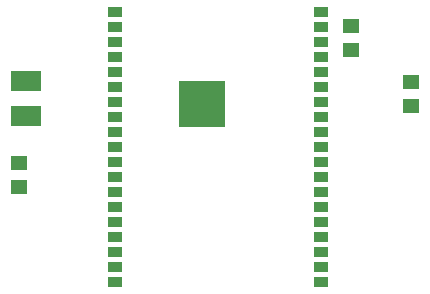
<source format=gtp>
G04 ---------------------------- Layer name :TOP PASTER LAYER*
G04 EasyEDA v5.6.15, Thu, 02 Aug 2018 18:58:32 GMT*
G04 5b09e127fb854e9390a9dbda6a4debf4*
G04 Gerber Generator version 0.2*
G04 Scale: 100 percent, Rotated: No, Reflected: No *
G04 Dimensions in inches *
G04 leading zeros omitted , absolute positions ,2 integer and 4 decimal *
%FSLAX24Y24*%
%MOIN*%
G90*
G70D02*

%ADD13R,0.102362X0.070866*%
%ADD14R,0.045276X0.035433*%
%ADD15R,0.157480X0.157480*%
%ADD16R,0.057870X0.045670*%

%LPD*%
G54D13*
G01X1800Y17900D03*
G01X1800Y16717D03*
G54D14*
G01X4771Y20200D03*
G01X4771Y19700D03*
G01X4771Y19200D03*
G01X4771Y18700D03*
G01X4771Y18200D03*
G01X4771Y17700D03*
G01X4771Y17200D03*
G01X4771Y16700D03*
G01X4771Y16200D03*
G01X4771Y15700D03*
G01X4771Y15200D03*
G01X4771Y14700D03*
G01X4771Y14200D03*
G01X4771Y13700D03*
G01X4771Y13200D03*
G01X4771Y12700D03*
G01X4771Y12200D03*
G01X4771Y11700D03*
G01X4771Y11200D03*
G01X11640Y20199D03*
G01X11640Y19699D03*
G01X11640Y19199D03*
G01X11640Y18699D03*
G01X11640Y18199D03*
G01X11640Y17699D03*
G01X11640Y17199D03*
G01X11640Y16699D03*
G01X11640Y16199D03*
G01X11640Y15699D03*
G01X11640Y15199D03*
G01X11640Y14699D03*
G01X11640Y14199D03*
G01X11640Y13699D03*
G01X11640Y13199D03*
G01X11640Y12699D03*
G01X11640Y12200D03*
G01X11640Y11700D03*
G01X11640Y11200D03*
G54D15*
G01X7664Y17133D03*
G54D16*
G01X12636Y19722D03*
G01X12636Y18922D03*
G01X14639Y17051D03*
G01X14639Y17851D03*
G01X1576Y15163D03*
G01X1576Y14363D03*
M00*
M02*

</source>
